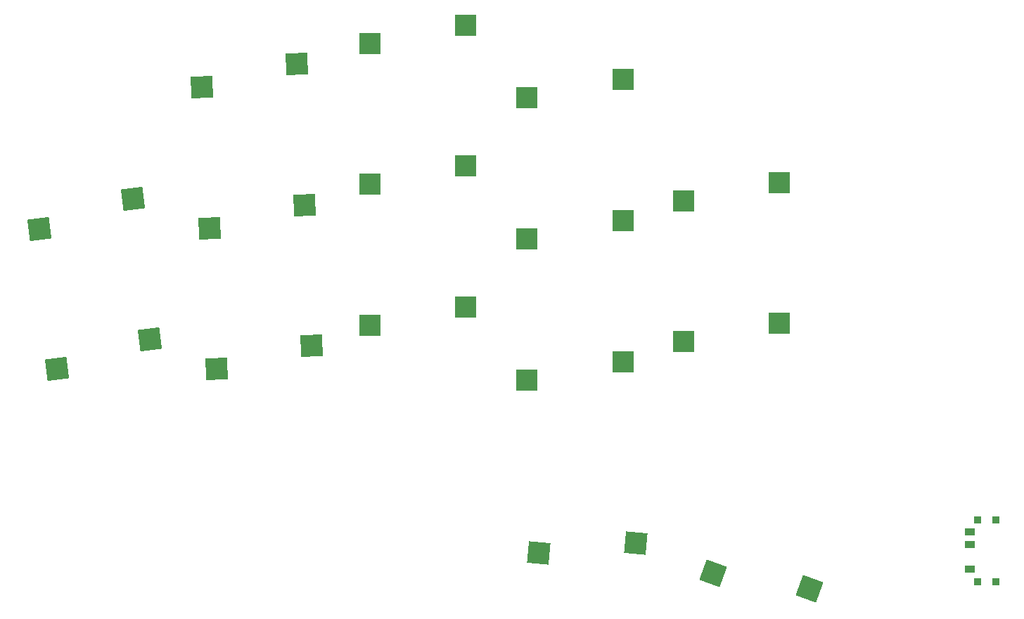
<source format=gtp>
%TF.GenerationSoftware,KiCad,Pcbnew,(6.0.4)*%
%TF.CreationDate,2022-05-17T22:37:58+02:00*%
%TF.ProjectId,battoota,62617474-6f6f-4746-912e-6b696361645f,v1.0.0*%
%TF.SameCoordinates,Original*%
%TF.FileFunction,Paste,Top*%
%TF.FilePolarity,Positive*%
%FSLAX46Y46*%
G04 Gerber Fmt 4.6, Leading zero omitted, Abs format (unit mm)*
G04 Created by KiCad (PCBNEW (6.0.4)) date 2022-05-17 22:37:58*
%MOMM*%
%LPD*%
G01*
G04 APERTURE LIST*
G04 Aperture macros list*
%AMRotRect*
0 Rectangle, with rotation*
0 The origin of the aperture is its center*
0 $1 length*
0 $2 width*
0 $3 Rotation angle, in degrees counterclockwise*
0 Add horizontal line*
21,1,$1,$2,0,0,$3*%
G04 Aperture macros list end*
%ADD10R,0.900000X0.900000*%
%ADD11R,1.250000X0.900000*%
%ADD12RotRect,2.600000X2.600000X3.000000*%
%ADD13R,2.600000X2.600000*%
%ADD14RotRect,2.600000X2.600000X340.000000*%
%ADD15RotRect,2.600000X2.600000X7.000000*%
%ADD16RotRect,2.600000X2.600000X355.000000*%
G04 APERTURE END LIST*
D10*
%TO.C,T1*%
X161400140Y52144619D03*
X163600140Y59544619D03*
X163600140Y52144619D03*
X161400140Y59544619D03*
D11*
X160425140Y53594619D03*
X160425140Y56594619D03*
X160425140Y58094619D03*
%TD*%
D12*
%TO.C,S11*%
X79432120Y114501717D03*
X68013088Y111700252D03*
%TD*%
D13*
%TO.C,S15*%
X99770817Y102196989D03*
X88220817Y99996989D03*
%TD*%
%TO.C,S21*%
X118686087Y95636017D03*
X107136087Y93436017D03*
%TD*%
%TO.C,S29*%
X137493280Y100228852D03*
X125943280Y98028852D03*
%TD*%
D14*
%TO.C,S33*%
X141122930Y51241724D03*
X129517036Y53124733D03*
%TD*%
D12*
%TO.C,S7*%
X81211544Y80548313D03*
X69792512Y77746848D03*
%TD*%
D15*
%TO.C,S5*%
X59650348Y98218960D03*
X48454553Y94627767D03*
%TD*%
D13*
%TO.C,S27*%
X137493280Y83228852D03*
X125943280Y81028852D03*
%TD*%
D12*
%TO.C,S9*%
X80321832Y97525015D03*
X68902800Y94723550D03*
%TD*%
D13*
%TO.C,S13*%
X99770817Y85196989D03*
X88220817Y82996989D03*
%TD*%
%TO.C,S17*%
X99770818Y119196989D03*
X88220818Y116996989D03*
%TD*%
D16*
%TO.C,S31*%
X120202198Y56755443D03*
X108504407Y55570464D03*
%TD*%
D15*
%TO.C,S3*%
X61722127Y81345674D03*
X50526332Y77754481D03*
%TD*%
D13*
%TO.C,S23*%
X118686087Y112636017D03*
X107136087Y110436017D03*
%TD*%
%TO.C,S19*%
X118686087Y78636017D03*
X107136087Y76436017D03*
%TD*%
M02*

</source>
